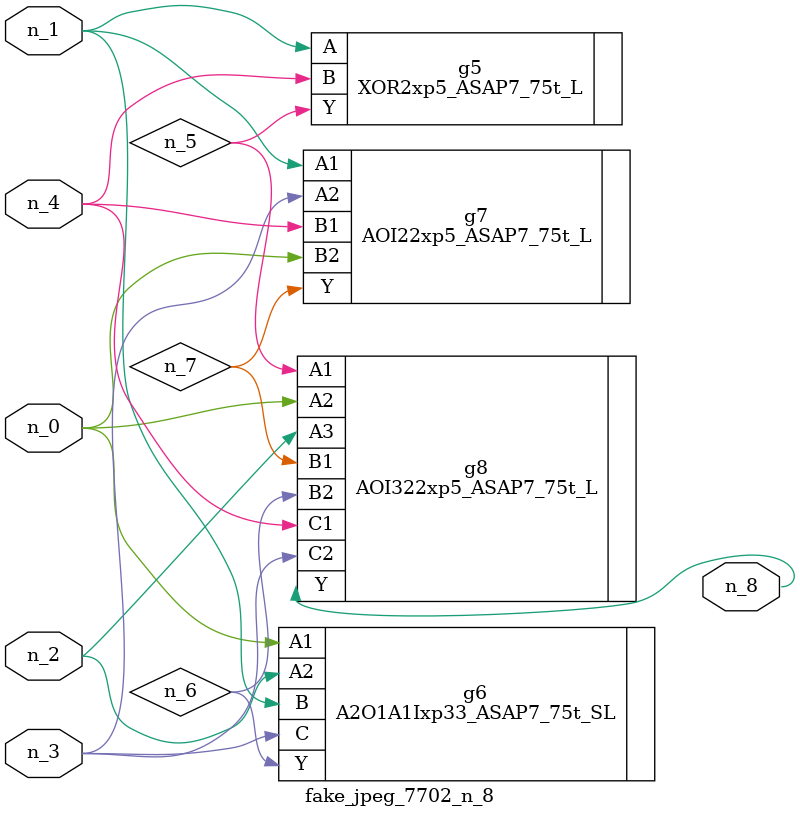
<source format=v>
module fake_jpeg_7702_n_8 (n_3, n_2, n_1, n_0, n_4, n_8);

input n_3;
input n_2;
input n_1;
input n_0;
input n_4;

output n_8;

wire n_6;
wire n_5;
wire n_7;

XOR2xp5_ASAP7_75t_L g5 ( 
.A(n_1),
.B(n_4),
.Y(n_5)
);

A2O1A1Ixp33_ASAP7_75t_SL g6 ( 
.A1(n_0),
.A2(n_2),
.B(n_1),
.C(n_3),
.Y(n_6)
);

AOI22xp5_ASAP7_75t_L g7 ( 
.A1(n_1),
.A2(n_3),
.B1(n_4),
.B2(n_0),
.Y(n_7)
);

AOI322xp5_ASAP7_75t_L g8 ( 
.A1(n_5),
.A2(n_0),
.A3(n_2),
.B1(n_7),
.B2(n_6),
.C1(n_4),
.C2(n_3),
.Y(n_8)
);


endmodule
</source>
